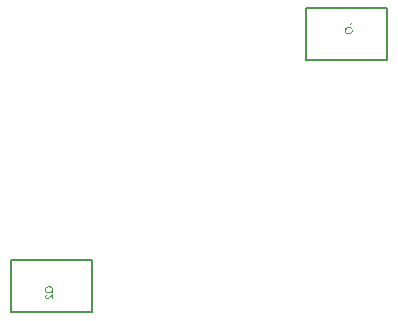
<source format=gbr>
%TF.GenerationSoftware,Altium Limited,Altium Designer,25.8.1 (18)*%
G04 Layer_Color=32896*
%FSLAX45Y45*%
%MOMM*%
%TF.SameCoordinates,5194DE87-2E3A-4D0E-B7FB-1F2D01658319*%
%TF.FilePolarity,Positive*%
%TF.FileFunction,Other,Bottom_Assembly*%
%TF.Part,Single*%
G01*
G75*
%TA.AperFunction,NonConductor*%
%ADD27C,0.20000*%
G36*
X9130925Y8285343D02*
X9129353Y8284418D01*
X9127874Y8283401D01*
X9126395Y8282199D01*
X9125100Y8281090D01*
X9123991Y8279980D01*
X9123066Y8279148D01*
X9122789Y8278778D01*
X9122512Y8278501D01*
X9122419Y8278409D01*
X9122327Y8278316D01*
X9120755Y8276375D01*
X9119276Y8274433D01*
X9117981Y8272584D01*
X9116964Y8270735D01*
X9116040Y8269163D01*
X9115670Y8268516D01*
X9115392Y8267961D01*
X9115115Y8267499D01*
X9115023Y8267129D01*
X9114838Y8266944D01*
Y8266852D01*
X9107256D01*
X9107811Y8268238D01*
X9108458Y8269625D01*
X9109105Y8271012D01*
X9109753Y8272307D01*
X9110307Y8273416D01*
X9110770Y8274341D01*
X9111140Y8274895D01*
X9111232Y8274988D01*
Y8275080D01*
X9112249Y8276744D01*
X9113266Y8278224D01*
X9114191Y8279518D01*
X9115023Y8280535D01*
X9115670Y8281460D01*
X9116225Y8282014D01*
X9116594Y8282477D01*
X9116687Y8282569D01*
X9066668D01*
Y8290428D01*
X9130925D01*
Y8285343D01*
D02*
G37*
G36*
X9068332Y8252059D02*
X9069164Y8250117D01*
X9070182Y8248268D01*
X9071199Y8246604D01*
X9072031Y8245217D01*
X9072400Y8244570D01*
X9072770Y8244107D01*
X9073048Y8243645D01*
X9073233Y8243368D01*
X9073417Y8243183D01*
Y8243090D01*
X9075267Y8244755D01*
X9077116Y8246234D01*
X9078965Y8247528D01*
X9080721Y8248545D01*
X9082201Y8249285D01*
X9082848Y8249562D01*
X9083403Y8249840D01*
X9083773Y8250025D01*
X9084142Y8250210D01*
X9084327Y8250302D01*
X9084420D01*
X9086824Y8251134D01*
X9089320Y8251689D01*
X9091724Y8252151D01*
X9093943Y8252429D01*
X9094867Y8252521D01*
X9095792Y8252613D01*
X9096624D01*
X9097364Y8252706D01*
X9097918D01*
X9098288D01*
X9098565D01*
X9098658D01*
X9102079Y8252521D01*
X9105315Y8252151D01*
X9106794Y8251874D01*
X9108181Y8251504D01*
X9109475Y8251134D01*
X9110677Y8250857D01*
X9111787Y8250487D01*
X9112804Y8250117D01*
X9113636Y8249840D01*
X9114375Y8249470D01*
X9114930Y8249285D01*
X9115300Y8249100D01*
X9115577Y8248915D01*
X9115670D01*
X9118351Y8247436D01*
X9120755Y8245679D01*
X9122789Y8243830D01*
X9124453Y8242166D01*
X9125748Y8240594D01*
X9126302Y8239854D01*
X9126765Y8239300D01*
X9127042Y8238745D01*
X9127319Y8238375D01*
X9127412Y8238190D01*
X9127504Y8238098D01*
X9128244Y8236711D01*
X9128891Y8235324D01*
X9130001Y8232643D01*
X9130740Y8229869D01*
X9131202Y8227465D01*
X9131387Y8226356D01*
X9131572Y8225246D01*
X9131665Y8224414D01*
Y8223582D01*
X9131757Y8222935D01*
Y8220439D01*
X9131572Y8218867D01*
X9131110Y8215908D01*
X9130463Y8213227D01*
X9130093Y8212025D01*
X9129723Y8210823D01*
X9129353Y8209806D01*
X9128984Y8208882D01*
X9128614Y8208142D01*
X9128336Y8207495D01*
X9128059Y8206940D01*
X9127874Y8206570D01*
X9127782Y8206293D01*
X9127689Y8206201D01*
X9126025Y8203704D01*
X9124083Y8201578D01*
X9122142Y8199636D01*
X9120293Y8198157D01*
X9118536Y8196862D01*
X9117796Y8196400D01*
X9117149Y8196030D01*
X9116594Y8195661D01*
X9116225Y8195476D01*
X9115947Y8195383D01*
X9115855Y8195291D01*
X9112896Y8193996D01*
X9109845Y8193072D01*
X9106979Y8192425D01*
X9104298Y8191962D01*
X9103096Y8191777D01*
X9101986Y8191685D01*
X9100969Y8191592D01*
X9100137D01*
X9099490Y8191500D01*
X9099028D01*
X9098658D01*
X9098565D01*
X9095145Y8191685D01*
X9091909Y8192055D01*
X9090337Y8192425D01*
X9088950Y8192702D01*
X9087656Y8193072D01*
X9086454Y8193442D01*
X9085344Y8193719D01*
X9084327Y8194089D01*
X9083495Y8194459D01*
X9082756Y8194736D01*
X9082201Y8194921D01*
X9081831Y8195106D01*
X9081554Y8195291D01*
X9081461D01*
X9078780Y8196862D01*
X9076469Y8198619D01*
X9074434Y8200376D01*
X9072770Y8202132D01*
X9071476Y8203704D01*
X9070921Y8204351D01*
X9070459Y8204999D01*
X9070182Y8205461D01*
X9069904Y8205831D01*
X9069812Y8206016D01*
X9069719Y8206108D01*
X9068980Y8207495D01*
X9068332Y8208789D01*
X9067315Y8211563D01*
X9066576Y8214244D01*
X9066113Y8216648D01*
X9065929Y8217758D01*
X9065744Y8218775D01*
X9065651Y8219699D01*
Y8220439D01*
X9065559Y8221086D01*
Y8221918D01*
X9065651Y8223490D01*
X9065744Y8225062D01*
X9066206Y8228020D01*
X9066853Y8230701D01*
X9067223Y8231903D01*
X9067593Y8233013D01*
X9067963Y8234030D01*
X9068240Y8234954D01*
X9068610Y8235694D01*
X9068887Y8236434D01*
X9069164Y8236896D01*
X9069349Y8237358D01*
X9069534Y8237543D01*
Y8237636D01*
X9067685Y8240224D01*
X9066021Y8242721D01*
X9064727Y8245032D01*
X9063617Y8247066D01*
X9063155Y8247991D01*
X9062785Y8248823D01*
X9062415Y8249562D01*
X9062138Y8250210D01*
X9061953Y8250764D01*
X9061768Y8251134D01*
X9061676Y8251319D01*
Y8251411D01*
X9067500Y8253908D01*
X9068332Y8252059D01*
D02*
G37*
G36*
X6563955Y6057815D02*
X6567191Y6057445D01*
X6568763Y6057076D01*
X6570150Y6056798D01*
X6571444Y6056428D01*
X6572646Y6056058D01*
X6573756Y6055781D01*
X6574773Y6055411D01*
X6575605Y6055041D01*
X6576344Y6054764D01*
X6576899Y6054579D01*
X6577269Y6054394D01*
X6577546Y6054209D01*
X6577639D01*
X6580320Y6052638D01*
X6582631Y6050881D01*
X6584666Y6049124D01*
X6586330Y6047368D01*
X6587624Y6045796D01*
X6588179Y6045149D01*
X6588641Y6044502D01*
X6588918Y6044039D01*
X6589196Y6043669D01*
X6589288Y6043484D01*
X6589381Y6043392D01*
X6590120Y6042005D01*
X6590768Y6040711D01*
X6591785Y6037937D01*
X6592524Y6035256D01*
X6592987Y6032852D01*
X6593171Y6031743D01*
X6593356Y6030726D01*
X6593449Y6029801D01*
Y6029061D01*
X6593541Y6028414D01*
Y6027582D01*
X6593449Y6026010D01*
X6593356Y6024439D01*
X6592894Y6021480D01*
X6592247Y6018799D01*
X6591877Y6017597D01*
X6591507Y6016487D01*
X6591137Y6015470D01*
X6590860Y6014546D01*
X6590490Y6013806D01*
X6590213Y6013066D01*
X6589936Y6012604D01*
X6589751Y6012142D01*
X6589566Y6011957D01*
Y6011865D01*
X6591415Y6009276D01*
X6593079Y6006779D01*
X6594373Y6004468D01*
X6595483Y6002434D01*
X6595945Y6001509D01*
X6596315Y6000677D01*
X6596685Y5999938D01*
X6596962Y5999291D01*
X6597147Y5998736D01*
X6597332Y5998366D01*
X6597424Y5998181D01*
Y5998089D01*
X6591600Y5995592D01*
X6590768Y5997441D01*
X6589936Y5999383D01*
X6588918Y6001232D01*
X6587901Y6002896D01*
X6587069Y6004283D01*
X6586700Y6004930D01*
X6586330Y6005393D01*
X6586052Y6005855D01*
X6585867Y6006132D01*
X6585683Y6006317D01*
Y6006410D01*
X6583833Y6004745D01*
X6581984Y6003266D01*
X6580135Y6001972D01*
X6578379Y6000955D01*
X6576899Y6000215D01*
X6576252Y5999938D01*
X6575697Y5999660D01*
X6575327Y5999475D01*
X6574958Y5999291D01*
X6574773Y5999198D01*
X6574680D01*
X6572276Y5998366D01*
X6569780Y5997811D01*
X6567376Y5997349D01*
X6565157Y5997072D01*
X6564233Y5996979D01*
X6563308Y5996887D01*
X6562476D01*
X6561736Y5996794D01*
X6561182D01*
X6560812D01*
X6560535D01*
X6560442D01*
X6557021Y5996979D01*
X6553785Y5997349D01*
X6552306Y5997626D01*
X6550919Y5997996D01*
X6549625Y5998366D01*
X6548423Y5998643D01*
X6547313Y5999013D01*
X6546296Y5999383D01*
X6545464Y5999660D01*
X6544725Y6000030D01*
X6544170Y6000215D01*
X6543800Y6000400D01*
X6543523Y6000585D01*
X6543430D01*
X6540749Y6002064D01*
X6538345Y6003821D01*
X6536311Y6005670D01*
X6534647Y6007334D01*
X6533352Y6008906D01*
X6532798Y6009646D01*
X6532335Y6010200D01*
X6532058Y6010755D01*
X6531781Y6011125D01*
X6531688Y6011310D01*
X6531596Y6011402D01*
X6530856Y6012789D01*
X6530209Y6014176D01*
X6529099Y6016857D01*
X6528360Y6019631D01*
X6527898Y6022035D01*
X6527713Y6023144D01*
X6527528Y6024254D01*
X6527435Y6025086D01*
Y6025918D01*
X6527343Y6026565D01*
Y6029061D01*
X6527528Y6030633D01*
X6527990Y6033592D01*
X6528637Y6036273D01*
X6529007Y6037475D01*
X6529377Y6038677D01*
X6529747Y6039694D01*
X6530116Y6040618D01*
X6530486Y6041358D01*
X6530764Y6042005D01*
X6531041Y6042560D01*
X6531226Y6042930D01*
X6531318Y6043207D01*
X6531411Y6043300D01*
X6533075Y6045796D01*
X6535017Y6047922D01*
X6536958Y6049864D01*
X6538807Y6051343D01*
X6540564Y6052638D01*
X6541304Y6053100D01*
X6541951Y6053470D01*
X6542506Y6053840D01*
X6542875Y6054024D01*
X6543153Y6054117D01*
X6543245Y6054209D01*
X6546204Y6055504D01*
X6549255Y6056428D01*
X6552121Y6057076D01*
X6554802Y6057538D01*
X6556004Y6057723D01*
X6557114Y6057815D01*
X6558131Y6057908D01*
X6558963D01*
X6559610Y6058000D01*
X6560072D01*
X6560442D01*
X6560535D01*
X6563955Y6057815D01*
D02*
G37*
G36*
X6592432Y5947330D02*
X6584850D01*
Y5978858D01*
X6583279Y5977748D01*
X6582631Y5977194D01*
X6581984Y5976731D01*
X6581430Y5976269D01*
X6581060Y5975899D01*
X6580782Y5975622D01*
X6580690Y5975529D01*
X6580228Y5975067D01*
X6579765Y5974512D01*
X6578563Y5973218D01*
X6577177Y5971739D01*
X6575790Y5970167D01*
X6574588Y5968688D01*
X6574033Y5968040D01*
X6573478Y5967486D01*
X6573109Y5967023D01*
X6572831Y5966654D01*
X6572646Y5966469D01*
X6572554Y5966376D01*
X6571259Y5964897D01*
X6570057Y5963418D01*
X6568856Y5962123D01*
X6567839Y5960921D01*
X6566822Y5959812D01*
X6565897Y5958887D01*
X6565065Y5957963D01*
X6564325Y5957223D01*
X6563586Y5956483D01*
X6563031Y5955929D01*
X6562569Y5955466D01*
X6562106Y5955004D01*
X6561552Y5954542D01*
X6561367Y5954357D01*
X6559795Y5953063D01*
X6558408Y5951953D01*
X6557021Y5951028D01*
X6555912Y5950289D01*
X6554895Y5949734D01*
X6554155Y5949364D01*
X6553693Y5949179D01*
X6553508Y5949087D01*
X6552121Y5948532D01*
X6550734Y5948162D01*
X6549440Y5947793D01*
X6548330Y5947608D01*
X6547313Y5947515D01*
X6546574Y5947423D01*
X6546111D01*
X6545926D01*
X6544540Y5947515D01*
X6543245Y5947700D01*
X6541951Y5947885D01*
X6540841Y5948255D01*
X6538622Y5949179D01*
X6536866Y5950104D01*
X6536034Y5950659D01*
X6535386Y5951121D01*
X6534739Y5951583D01*
X6534277Y5952045D01*
X6533907Y5952415D01*
X6533537Y5952600D01*
X6533445Y5952785D01*
X6533352Y5952878D01*
X6532428Y5953895D01*
X6531596Y5955004D01*
X6530949Y5956206D01*
X6530394Y5957408D01*
X6529469Y5959812D01*
X6528822Y5962216D01*
X6528637Y5963233D01*
X6528452Y5964250D01*
X6528360Y5965174D01*
X6528267Y5965914D01*
X6528175Y5966561D01*
Y5967486D01*
X6528267Y5969150D01*
X6528360Y5970722D01*
X6528637Y5972201D01*
X6528915Y5973588D01*
X6529284Y5974882D01*
X6529654Y5976084D01*
X6530116Y5977194D01*
X6530579Y5978211D01*
X6531041Y5979135D01*
X6531503Y5979875D01*
X6531873Y5980522D01*
X6532243Y5981077D01*
X6532520Y5981539D01*
X6532798Y5981816D01*
X6532890Y5982001D01*
X6532983Y5982094D01*
X6533907Y5983018D01*
X6534924Y5983850D01*
X6536034Y5984682D01*
X6537143Y5985330D01*
X6539362Y5986439D01*
X6541581Y5987179D01*
X6542598Y5987456D01*
X6543615Y5987734D01*
X6544447Y5987918D01*
X6545187Y5988103D01*
X6545834Y5988196D01*
X6546296D01*
X6546574Y5988288D01*
X6546666D01*
X6547498Y5980245D01*
X6545372Y5980060D01*
X6543523Y5979690D01*
X6541858Y5979135D01*
X6540564Y5978488D01*
X6539455Y5977933D01*
X6538715Y5977378D01*
X6538253Y5977009D01*
X6538068Y5976824D01*
X6536958Y5975437D01*
X6536126Y5973958D01*
X6535479Y5972386D01*
X6535109Y5970999D01*
X6534832Y5969705D01*
X6534739Y5968595D01*
X6534647Y5968225D01*
Y5967671D01*
X6534739Y5965729D01*
X6535109Y5963972D01*
X6535664Y5962493D01*
X6536219Y5961199D01*
X6536866Y5960182D01*
X6537328Y5959534D01*
X6537698Y5959072D01*
X6537883Y5958887D01*
X6539177Y5957778D01*
X6540472Y5956946D01*
X6541766Y5956298D01*
X6543060Y5955929D01*
X6544077Y5955651D01*
X6545002Y5955559D01*
X6545557Y5955466D01*
X6545649D01*
X6545742D01*
X6547406Y5955651D01*
X6549162Y5956021D01*
X6550734Y5956668D01*
X6552213Y5957315D01*
X6553415Y5958055D01*
X6554432Y5958702D01*
X6554802Y5958887D01*
X6555080Y5959072D01*
X6555172Y5959257D01*
X6555265D01*
X6556282Y5959997D01*
X6557299Y5960921D01*
X6558408Y5961938D01*
X6559517Y5963048D01*
X6561736Y5965359D01*
X6563955Y5967671D01*
X6564972Y5968872D01*
X6565897Y5969890D01*
X6566729Y5970907D01*
X6567469Y5971739D01*
X6568023Y5972386D01*
X6568486Y5972941D01*
X6568763Y5973310D01*
X6568856Y5973403D01*
X6570797Y5975714D01*
X6572646Y5977841D01*
X6574310Y5979597D01*
X6575697Y5980984D01*
X6576899Y5982186D01*
X6577731Y5983018D01*
X6578286Y5983481D01*
X6578379Y5983665D01*
X6578471D01*
X6580043Y5984960D01*
X6581522Y5985977D01*
X6583001Y5986901D01*
X6584296Y5987641D01*
X6585405Y5988196D01*
X6586237Y5988566D01*
X6586792Y5988751D01*
X6586884Y5988843D01*
X6586977D01*
X6587994Y5989213D01*
X6588918Y5989398D01*
X6589843Y5989583D01*
X6590675Y5989675D01*
X6591415Y5989768D01*
X6591970D01*
X6592339D01*
X6592432D01*
Y5947330D01*
D02*
G37*
%LPC*%
G36*
X9099860Y8244015D02*
X9099305D01*
X9098935D01*
X9098658D01*
X9098565D01*
X9096069Y8243923D01*
X9093758Y8243738D01*
X9091631Y8243368D01*
X9089597Y8242813D01*
X9087841Y8242258D01*
X9086176Y8241611D01*
X9084605Y8240964D01*
X9083218Y8240317D01*
X9082016Y8239577D01*
X9080999Y8238930D01*
X9080167Y8238283D01*
X9079427Y8237728D01*
X9078872Y8237266D01*
X9078410Y8236896D01*
X9078225Y8236619D01*
X9078133Y8236526D01*
X9079612Y8234584D01*
X9080814Y8232643D01*
X9081831Y8230609D01*
X9082756Y8228667D01*
X9083403Y8227003D01*
X9083680Y8226263D01*
X9083865Y8225616D01*
X9084050Y8225154D01*
X9084142Y8224784D01*
X9084235Y8224507D01*
Y8224414D01*
X9078133Y8222288D01*
X9077670Y8223952D01*
X9077116Y8225524D01*
X9076469Y8226911D01*
X9075914Y8228205D01*
X9075359Y8229222D01*
X9074897Y8230054D01*
X9074527Y8230516D01*
X9074434Y8230701D01*
X9073880Y8229222D01*
X9073510Y8227650D01*
X9073140Y8226263D01*
X9072955Y8224877D01*
X9072863Y8223767D01*
X9072770Y8222935D01*
Y8222103D01*
X9072863Y8220346D01*
X9073048Y8218682D01*
X9073417Y8217110D01*
X9073787Y8215539D01*
X9074342Y8214152D01*
X9074897Y8212857D01*
X9075451Y8211655D01*
X9076099Y8210638D01*
X9076746Y8209621D01*
X9077301Y8208789D01*
X9077855Y8208050D01*
X9078410Y8207402D01*
X9078780Y8206940D01*
X9079150Y8206570D01*
X9079335Y8206385D01*
X9079427Y8206293D01*
X9080721Y8205183D01*
X9082201Y8204259D01*
X9083680Y8203427D01*
X9085252Y8202780D01*
X9086824Y8202132D01*
X9088395Y8201670D01*
X9091539Y8200931D01*
X9092926Y8200746D01*
X9094313Y8200561D01*
X9095514Y8200376D01*
X9096531Y8200283D01*
X9097364Y8200191D01*
X9098011D01*
X9098381D01*
X9098565D01*
X9100877Y8200283D01*
X9103096Y8200468D01*
X9105130Y8200746D01*
X9106979Y8201208D01*
X9108736Y8201670D01*
X9110307Y8202132D01*
X9111787Y8202687D01*
X9113081Y8203334D01*
X9114191Y8203889D01*
X9115208Y8204444D01*
X9116040Y8204906D01*
X9116687Y8205461D01*
X9117242Y8205831D01*
X9117611Y8206108D01*
X9117796Y8206293D01*
X9117889Y8206385D01*
X9119091Y8207587D01*
X9120015Y8208882D01*
X9120940Y8210176D01*
X9121679Y8211470D01*
X9122327Y8212857D01*
X9122881Y8214152D01*
X9123251Y8215354D01*
X9123621Y8216648D01*
X9123898Y8217758D01*
X9124083Y8218775D01*
X9124268Y8219699D01*
X9124361Y8220531D01*
X9124453Y8221178D01*
Y8222103D01*
X9124361Y8224414D01*
X9123991Y8226633D01*
X9123436Y8228575D01*
X9122881Y8230239D01*
X9122234Y8231626D01*
X9121957Y8232181D01*
X9121772Y8232643D01*
X9121495Y8233105D01*
X9121402Y8233383D01*
X9121217Y8233475D01*
Y8233567D01*
X9119923Y8235324D01*
X9118444Y8236896D01*
X9116964Y8238283D01*
X9115485Y8239392D01*
X9114191Y8240224D01*
X9113081Y8240872D01*
X9112711Y8241056D01*
X9112434Y8241241D01*
X9112249Y8241334D01*
X9112157D01*
X9109938Y8242258D01*
X9107626Y8242906D01*
X9105315Y8243368D01*
X9103188Y8243645D01*
X9102264Y8243830D01*
X9101339Y8243923D01*
X9100600D01*
X9099860Y8244015D01*
D02*
G37*
G36*
X6561736Y6049309D02*
X6561089D01*
X6560719D01*
X6560535D01*
X6558223Y6049217D01*
X6556004Y6049032D01*
X6553970Y6048754D01*
X6552121Y6048292D01*
X6550364Y6047830D01*
X6548793Y6047368D01*
X6547313Y6046813D01*
X6546019Y6046166D01*
X6544909Y6045611D01*
X6543892Y6045056D01*
X6543060Y6044594D01*
X6542413Y6044039D01*
X6541858Y6043669D01*
X6541489Y6043392D01*
X6541304Y6043207D01*
X6541211Y6043115D01*
X6540009Y6041913D01*
X6539085Y6040618D01*
X6538160Y6039324D01*
X6537421Y6038030D01*
X6536773Y6036643D01*
X6536219Y6035348D01*
X6535849Y6034146D01*
X6535479Y6032852D01*
X6535202Y6031743D01*
X6535017Y6030726D01*
X6534832Y6029801D01*
X6534739Y6028969D01*
X6534647Y6028322D01*
Y6027397D01*
X6534739Y6025086D01*
X6535109Y6022867D01*
X6535664Y6020925D01*
X6536219Y6019261D01*
X6536866Y6017874D01*
X6537143Y6017319D01*
X6537328Y6016857D01*
X6537605Y6016395D01*
X6537698Y6016118D01*
X6537883Y6016025D01*
Y6015933D01*
X6539177Y6014176D01*
X6540656Y6012604D01*
X6542136Y6011217D01*
X6543615Y6010108D01*
X6544909Y6009276D01*
X6546019Y6008629D01*
X6546389Y6008444D01*
X6546666Y6008259D01*
X6546851Y6008166D01*
X6546943D01*
X6549162Y6007242D01*
X6551474Y6006595D01*
X6553785Y6006132D01*
X6555912Y6005855D01*
X6556836Y6005670D01*
X6557761Y6005578D01*
X6558500D01*
X6559240Y6005485D01*
X6559795D01*
X6560165D01*
X6560442D01*
X6560535D01*
X6563031Y6005578D01*
X6565342Y6005762D01*
X6567469Y6006132D01*
X6569503Y6006687D01*
X6571259Y6007242D01*
X6572924Y6007889D01*
X6574495Y6008536D01*
X6575882Y6009183D01*
X6577084Y6009923D01*
X6578101Y6010570D01*
X6578933Y6011217D01*
X6579673Y6011772D01*
X6580228Y6012234D01*
X6580690Y6012604D01*
X6580875Y6012882D01*
X6580967Y6012974D01*
X6579488Y6014916D01*
X6578286Y6016857D01*
X6577269Y6018891D01*
X6576344Y6020833D01*
X6575697Y6022497D01*
X6575420Y6023237D01*
X6575235Y6023884D01*
X6575050Y6024346D01*
X6574958Y6024716D01*
X6574865Y6024993D01*
Y6025086D01*
X6580967Y6027212D01*
X6581430Y6025548D01*
X6581984Y6023976D01*
X6582631Y6022589D01*
X6583186Y6021295D01*
X6583741Y6020278D01*
X6584203Y6019446D01*
X6584573Y6018984D01*
X6584666Y6018799D01*
X6585220Y6020278D01*
X6585590Y6021850D01*
X6585960Y6023237D01*
X6586145Y6024623D01*
X6586237Y6025733D01*
X6586330Y6026565D01*
Y6027397D01*
X6586237Y6029154D01*
X6586052Y6030818D01*
X6585683Y6032390D01*
X6585313Y6033962D01*
X6584758Y6035348D01*
X6584203Y6036643D01*
X6583649Y6037845D01*
X6583001Y6038862D01*
X6582354Y6039879D01*
X6581799Y6040711D01*
X6581245Y6041450D01*
X6580690Y6042098D01*
X6580320Y6042560D01*
X6579950Y6042930D01*
X6579765Y6043115D01*
X6579673Y6043207D01*
X6578379Y6044317D01*
X6576899Y6045241D01*
X6575420Y6046073D01*
X6573848Y6046720D01*
X6572276Y6047368D01*
X6570705Y6047830D01*
X6567561Y6048570D01*
X6566174Y6048754D01*
X6564787Y6048939D01*
X6563586Y6049124D01*
X6562569Y6049217D01*
X6561736Y6049309D01*
D02*
G37*
%LPD*%
D27*
X8738000Y7972000D02*
X9423000D01*
X8738000D02*
Y8411000D01*
X9423000D01*
Y7972000D02*
Y8411000D01*
X6236100Y6277500D02*
X6921100D01*
Y5838500D02*
Y6277500D01*
X6236100Y5838500D02*
X6921100D01*
X6236100D02*
Y6277500D01*
%TF.MD5,53331af685e3c1bbc8ece31b2711de02*%
M02*

</source>
